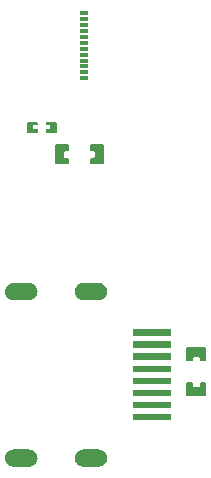
<source format=gtp>
G04 Layer: TopPasteMaskLayer*
G04 EasyEDA Pro v2.2.37.7, 2025-04-21 16:56:55*
G04 Gerber Generator version 0.3*
G04 Scale: 100 percent, Rotated: No, Reflected: No*
G04 Dimensions in millimeters*
G04 Leading zeros omitted, absolute positions, 4 integers and 5 decimals*
%FSLAX45Y45*%
%MOMM*%
%ADD10R,0.7X0.3*%
G75*


G04 PolygonModel Start*
G36*
G01X-21900309Y2680777D02*
G01X-21900129Y2684386D01*
G01X-21900129Y2688003D01*
G01X-21900309Y2691613D01*
G01X-21900670Y2695209D01*
G01X-21901208Y2698786D01*
G01X-21901925Y2702329D01*
G01X-21902816Y2705832D01*
G01X-21903880Y2709286D01*
G01X-21905117Y2712682D01*
G01X-21906522Y2716014D01*
G01X-21908089Y2719271D01*
G01X-21909819Y2722446D01*
G01X-21911704Y2725529D01*
G01X-21913741Y2728516D01*
G01X-21915923Y2731399D01*
G01X-21918247Y2734168D01*
G01X-21920705Y2736817D01*
G01X-21923294Y2739342D01*
G01X-21926004Y2741734D01*
G01X-21928831Y2743987D01*
G01X-21931767Y2746098D01*
G01X-21934802Y2748059D01*
G01X-21937934Y2749868D01*
G01X-21941150Y2751516D01*
G01X-21944447Y2753004D01*
G01X-21947810Y2754325D01*
G01X-21951239Y2755476D01*
G01X-21954719Y2756454D01*
G01X-21958242Y2757259D01*
G01X-21961803Y2757886D01*
G01X-21965389Y2758336D01*
G01X-21968993Y2758608D01*
G01X-21972608Y2758697D01*
G01X-22102608Y2758697D01*
G01X-22106222Y2758608D01*
G01X-22109826Y2758336D01*
G01X-22113413Y2757886D01*
G01X-22116974Y2757259D01*
G01X-22120497Y2756454D01*
G01X-22123977Y2755476D01*
G01X-22127406Y2754325D01*
G01X-22130769Y2753004D01*
G01X-22134065Y2751516D01*
G01X-22137281Y2749868D01*
G01X-22140413Y2748059D01*
G01X-22143448Y2746098D01*
G01X-22146384Y2743987D01*
G01X-22149211Y2741734D01*
G01X-22151922Y2739342D01*
G01X-22154510Y2736817D01*
G01X-22156969Y2734168D01*
G01X-22159293Y2731399D01*
G01X-22161475Y2728516D01*
G01X-22163512Y2725529D01*
G01X-22165396Y2722446D01*
G01X-22167126Y2719271D01*
G01X-22168693Y2716014D01*
G01X-22170098Y2712682D01*
G01X-22171335Y2709286D01*
G01X-22172399Y2705832D01*
G01X-22173291Y2702329D01*
G01X-22174007Y2698786D01*
G01X-22174545Y2695209D01*
G01X-22174906Y2691613D01*
G01X-22175086Y2688003D01*
G01X-22175086Y2684386D01*
G01X-22174906Y2680777D01*
G01X-22174545Y2677180D01*
G01X-22174007Y2673604D01*
G01X-22173291Y2670061D01*
G01X-22172399Y2666558D01*
G01X-22171335Y2663104D01*
G01X-22170098Y2659708D01*
G01X-22168693Y2656375D01*
G01X-22167126Y2653119D01*
G01X-22165396Y2649944D01*
G01X-22163512Y2646860D01*
G01X-22161475Y2643873D01*
G01X-22159293Y2640990D01*
G01X-22156969Y2638222D01*
G01X-22154510Y2635573D01*
G01X-22151922Y2633048D01*
G01X-22149211Y2630655D01*
G01X-22146384Y2628402D01*
G01X-22143448Y2626291D01*
G01X-22140413Y2624331D01*
G01X-22137281Y2622522D01*
G01X-22134065Y2620874D01*
G01X-22130769Y2619385D01*
G01X-22127406Y2618064D01*
G01X-22123977Y2616914D01*
G01X-22120497Y2615936D01*
G01X-22116974Y2615131D01*
G01X-22113413Y2614503D01*
G01X-22109826Y2614054D01*
G01X-22106222Y2613782D01*
G01X-22102608Y2613693D01*
G01X-21972608Y2613693D01*
G01X-21968993Y2613782D01*
G01X-21965389Y2614054D01*
G01X-21961803Y2614503D01*
G01X-21958242Y2615131D01*
G01X-21954719Y2615936D01*
G01X-21951239Y2616914D01*
G01X-21947810Y2618064D01*
G01X-21944447Y2619385D01*
G01X-21941150Y2620874D01*
G01X-21937934Y2622522D01*
G01X-21934802Y2624331D01*
G01X-21931767Y2626291D01*
G01X-21928831Y2628402D01*
G01X-21926004Y2630655D01*
G01X-21923294Y2633048D01*
G01X-21920705Y2635573D01*
G01X-21918247Y2638222D01*
G01X-21915923Y2640990D01*
G01X-21913741Y2643873D01*
G01X-21911704Y2646860D01*
G01X-21909819Y2649944D01*
G01X-21908089Y2653119D01*
G01X-21906522Y2656375D01*
G01X-21905117Y2659708D01*
G01X-21903880Y2663104D01*
G01X-21902816Y2666558D01*
G01X-21901925Y2670061D01*
G01X-21901208Y2673604D01*
G01X-21900670Y2677180D01*
G01X-21900309Y2680777D01*
G37*
G36*
G01X-21900309Y1270780D02*
G01X-21900129Y1274389D01*
G01X-21900129Y1278006D01*
G01X-21900309Y1281615D01*
G01X-21900670Y1285212D01*
G01X-21901208Y1288788D01*
G01X-21901925Y1292332D01*
G01X-21902816Y1295834D01*
G01X-21903880Y1299289D01*
G01X-21905117Y1302685D01*
G01X-21906522Y1306017D01*
G01X-21908089Y1309273D01*
G01X-21909819Y1312448D01*
G01X-21911704Y1315532D01*
G01X-21913741Y1318519D01*
G01X-21915923Y1321402D01*
G01X-21918247Y1324171D01*
G01X-21920705Y1326820D01*
G01X-21923294Y1329345D01*
G01X-21926004Y1331737D01*
G01X-21928831Y1333990D01*
G01X-21931767Y1336101D01*
G01X-21934802Y1338062D01*
G01X-21937934Y1339870D01*
G01X-21941150Y1341519D01*
G01X-21944447Y1343007D01*
G01X-21947810Y1344328D01*
G01X-21951239Y1345479D01*
G01X-21954719Y1346457D01*
G01X-21958242Y1347262D01*
G01X-21961803Y1347889D01*
G01X-21965389Y1348339D01*
G01X-21968993Y1348610D01*
G01X-21972608Y1348699D01*
G01X-22102608Y1348699D01*
G01X-22106222Y1348610D01*
G01X-22109826Y1348339D01*
G01X-22113413Y1347889D01*
G01X-22116974Y1347262D01*
G01X-22120497Y1346457D01*
G01X-22123977Y1345479D01*
G01X-22127406Y1344328D01*
G01X-22130769Y1343007D01*
G01X-22134065Y1341519D01*
G01X-22137281Y1339870D01*
G01X-22140413Y1338062D01*
G01X-22143448Y1336101D01*
G01X-22146384Y1333990D01*
G01X-22149211Y1331737D01*
G01X-22151922Y1329345D01*
G01X-22154510Y1326820D01*
G01X-22156969Y1324171D01*
G01X-22159293Y1321402D01*
G01X-22161475Y1318519D01*
G01X-22163512Y1315532D01*
G01X-22165396Y1312448D01*
G01X-22167126Y1309273D01*
G01X-22168693Y1306017D01*
G01X-22170098Y1302685D01*
G01X-22171335Y1299289D01*
G01X-22172399Y1295834D01*
G01X-22173291Y1292332D01*
G01X-22174007Y1288788D01*
G01X-22174545Y1285212D01*
G01X-22174906Y1281615D01*
G01X-22175086Y1278006D01*
G01X-22175086Y1274389D01*
G01X-22174906Y1270780D01*
G01X-22174545Y1267183D01*
G01X-22174007Y1263607D01*
G01X-22173291Y1260064D01*
G01X-22172399Y1256561D01*
G01X-22171335Y1253106D01*
G01X-22170098Y1249710D01*
G01X-22168693Y1246378D01*
G01X-22167126Y1243122D01*
G01X-22165396Y1239947D01*
G01X-22163512Y1236863D01*
G01X-22161475Y1233876D01*
G01X-22159293Y1230993D01*
G01X-22156969Y1228225D01*
G01X-22154510Y1225575D01*
G01X-22151922Y1223051D01*
G01X-22149211Y1220658D01*
G01X-22146384Y1218405D01*
G01X-22143448Y1216294D01*
G01X-22140413Y1214333D01*
G01X-22137281Y1212525D01*
G01X-22134065Y1210876D01*
G01X-22130769Y1209388D01*
G01X-22127406Y1208067D01*
G01X-22123977Y1206917D01*
G01X-22120497Y1205939D01*
G01X-22116974Y1205133D01*
G01X-22113413Y1204506D01*
G01X-22109826Y1204057D01*
G01X-22106222Y1203785D01*
G01X-22102608Y1203696D01*
G01X-21972608Y1203696D01*
G01X-21968993Y1203785D01*
G01X-21965389Y1204057D01*
G01X-21961803Y1204506D01*
G01X-21958242Y1205133D01*
G01X-21954719Y1205939D01*
G01X-21951239Y1206917D01*
G01X-21947810Y1208067D01*
G01X-21944447Y1209388D01*
G01X-21941150Y1210876D01*
G01X-21937934Y1212525D01*
G01X-21934802Y1214333D01*
G01X-21931767Y1216294D01*
G01X-21928831Y1218405D01*
G01X-21926004Y1220658D01*
G01X-21923294Y1223051D01*
G01X-21920705Y1225575D01*
G01X-21918247Y1228225D01*
G01X-21915923Y1230993D01*
G01X-21913741Y1233876D01*
G01X-21911704Y1236863D01*
G01X-21909819Y1239947D01*
G01X-21908089Y1243122D01*
G01X-21906522Y1246378D01*
G01X-21905117Y1249710D01*
G01X-21903880Y1253106D01*
G01X-21902816Y1256561D01*
G01X-21901925Y1260064D01*
G01X-21901208Y1263607D01*
G01X-21900670Y1267183D01*
G01X-21900309Y1270780D01*
G37*
G36*
G01X-22490308Y2680777D02*
G01X-22490128Y2684386D01*
G01X-22490128Y2688003D01*
G01X-22490308Y2691613D01*
G01X-22490669Y2695209D01*
G01X-22491207Y2698786D01*
G01X-22491924Y2702329D01*
G01X-22492815Y2705832D01*
G01X-22493879Y2709286D01*
G01X-22495116Y2712682D01*
G01X-22496521Y2716014D01*
G01X-22498088Y2719271D01*
G01X-22499818Y2722446D01*
G01X-22501703Y2725529D01*
G01X-22503740Y2728516D01*
G01X-22505921Y2731399D01*
G01X-22508246Y2734168D01*
G01X-22510704Y2736817D01*
G01X-22513293Y2739342D01*
G01X-22516003Y2741734D01*
G01X-22518830Y2743987D01*
G01X-22521766Y2746098D01*
G01X-22524801Y2748059D01*
G01X-22527933Y2749868D01*
G01X-22531149Y2751516D01*
G01X-22534446Y2753004D01*
G01X-22537809Y2754325D01*
G01X-22541238Y2755476D01*
G01X-22544717Y2756454D01*
G01X-22548240Y2757259D01*
G01X-22551801Y2757886D01*
G01X-22555388Y2758336D01*
G01X-22558992Y2758608D01*
G01X-22562607Y2758697D01*
G01X-22692606Y2758697D01*
G01X-22696221Y2758608D01*
G01X-22699825Y2758336D01*
G01X-22703412Y2757886D01*
G01X-22706973Y2757259D01*
G01X-22710496Y2756454D01*
G01X-22713975Y2755476D01*
G01X-22717404Y2754325D01*
G01X-22720767Y2753004D01*
G01X-22724064Y2751516D01*
G01X-22727280Y2749868D01*
G01X-22730412Y2748059D01*
G01X-22733447Y2746098D01*
G01X-22736383Y2743987D01*
G01X-22739210Y2741734D01*
G01X-22741920Y2739342D01*
G01X-22744509Y2736817D01*
G01X-22746967Y2734168D01*
G01X-22749292Y2731399D01*
G01X-22751473Y2728516D01*
G01X-22753510Y2725529D01*
G01X-22755395Y2722446D01*
G01X-22757125Y2719271D01*
G01X-22758692Y2716014D01*
G01X-22760097Y2712682D01*
G01X-22761334Y2709286D01*
G01X-22762398Y2705832D01*
G01X-22763289Y2702329D01*
G01X-22764006Y2698786D01*
G01X-22764544Y2695209D01*
G01X-22764905Y2691613D01*
G01X-22765085Y2688003D01*
G01X-22765085Y2684386D01*
G01X-22764905Y2680777D01*
G01X-22764544Y2677180D01*
G01X-22764006Y2673604D01*
G01X-22763289Y2670061D01*
G01X-22762398Y2666558D01*
G01X-22761334Y2663104D01*
G01X-22760097Y2659708D01*
G01X-22758692Y2656375D01*
G01X-22757125Y2653119D01*
G01X-22755395Y2649944D01*
G01X-22753510Y2646860D01*
G01X-22751473Y2643873D01*
G01X-22749292Y2640990D01*
G01X-22746967Y2638222D01*
G01X-22744509Y2635573D01*
G01X-22741920Y2633048D01*
G01X-22739210Y2630655D01*
G01X-22736383Y2628402D01*
G01X-22733447Y2626291D01*
G01X-22730412Y2624331D01*
G01X-22727280Y2622522D01*
G01X-22724064Y2620874D01*
G01X-22720767Y2619385D01*
G01X-22717404Y2618064D01*
G01X-22713975Y2616914D01*
G01X-22710496Y2615936D01*
G01X-22706973Y2615131D01*
G01X-22703412Y2614503D01*
G01X-22699825Y2614054D01*
G01X-22696221Y2613782D01*
G01X-22692606Y2613693D01*
G01X-22562607Y2613693D01*
G01X-22558992Y2613782D01*
G01X-22555388Y2614054D01*
G01X-22551801Y2614503D01*
G01X-22548240Y2615131D01*
G01X-22544717Y2615936D01*
G01X-22541238Y2616914D01*
G01X-22537809Y2618064D01*
G01X-22534446Y2619385D01*
G01X-22531149Y2620874D01*
G01X-22527933Y2622522D01*
G01X-22524801Y2624331D01*
G01X-22521766Y2626291D01*
G01X-22518830Y2628402D01*
G01X-22516003Y2630655D01*
G01X-22513293Y2633048D01*
G01X-22510704Y2635573D01*
G01X-22508246Y2638222D01*
G01X-22505921Y2640990D01*
G01X-22503740Y2643873D01*
G01X-22501703Y2646860D01*
G01X-22499818Y2649944D01*
G01X-22498088Y2653119D01*
G01X-22496521Y2656375D01*
G01X-22495116Y2659708D01*
G01X-22493879Y2663104D01*
G01X-22492815Y2666558D01*
G01X-22491924Y2670061D01*
G01X-22491207Y2673604D01*
G01X-22490669Y2677180D01*
G01X-22490308Y2680777D01*
G37*
G36*
G01X-22490308Y1270780D02*
G01X-22490128Y1274389D01*
G01X-22490128Y1278006D01*
G01X-22490308Y1281615D01*
G01X-22490669Y1285212D01*
G01X-22491207Y1288788D01*
G01X-22491924Y1292332D01*
G01X-22492815Y1295834D01*
G01X-22493879Y1299289D01*
G01X-22495116Y1302685D01*
G01X-22496521Y1306017D01*
G01X-22498088Y1309273D01*
G01X-22499818Y1312448D01*
G01X-22501703Y1315532D01*
G01X-22503740Y1318519D01*
G01X-22505921Y1321402D01*
G01X-22508246Y1324171D01*
G01X-22510704Y1326820D01*
G01X-22513293Y1329345D01*
G01X-22516003Y1331737D01*
G01X-22518830Y1333990D01*
G01X-22521766Y1336101D01*
G01X-22524801Y1338062D01*
G01X-22527933Y1339870D01*
G01X-22531149Y1341519D01*
G01X-22534446Y1343007D01*
G01X-22537809Y1344328D01*
G01X-22541238Y1345479D01*
G01X-22544717Y1346457D01*
G01X-22548240Y1347262D01*
G01X-22551801Y1347889D01*
G01X-22555388Y1348339D01*
G01X-22558992Y1348610D01*
G01X-22562607Y1348699D01*
G01X-22692606Y1348699D01*
G01X-22696221Y1348610D01*
G01X-22699825Y1348339D01*
G01X-22703412Y1347889D01*
G01X-22706973Y1347262D01*
G01X-22710496Y1346457D01*
G01X-22713975Y1345479D01*
G01X-22717404Y1344328D01*
G01X-22720767Y1343007D01*
G01X-22724064Y1341519D01*
G01X-22727280Y1339870D01*
G01X-22730412Y1338062D01*
G01X-22733447Y1336101D01*
G01X-22736383Y1333990D01*
G01X-22739210Y1331737D01*
G01X-22741920Y1329345D01*
G01X-22744509Y1326820D01*
G01X-22746967Y1324171D01*
G01X-22749292Y1321402D01*
G01X-22751473Y1318519D01*
G01X-22753510Y1315532D01*
G01X-22755395Y1312448D01*
G01X-22757125Y1309273D01*
G01X-22758692Y1306017D01*
G01X-22760097Y1302685D01*
G01X-22761334Y1299289D01*
G01X-22762398Y1295834D01*
G01X-22763289Y1292332D01*
G01X-22764006Y1288788D01*
G01X-22764544Y1285212D01*
G01X-22764905Y1281615D01*
G01X-22765085Y1278006D01*
G01X-22765085Y1274389D01*
G01X-22764905Y1270780D01*
G01X-22764544Y1267183D01*
G01X-22764006Y1263607D01*
G01X-22763289Y1260064D01*
G01X-22762398Y1256561D01*
G01X-22761334Y1253106D01*
G01X-22760097Y1249710D01*
G01X-22758692Y1246378D01*
G01X-22757125Y1243122D01*
G01X-22755395Y1239947D01*
G01X-22753510Y1236863D01*
G01X-22751473Y1233876D01*
G01X-22749292Y1230993D01*
G01X-22746967Y1228225D01*
G01X-22744509Y1225575D01*
G01X-22741920Y1223051D01*
G01X-22739210Y1220658D01*
G01X-22736383Y1218405D01*
G01X-22733447Y1216294D01*
G01X-22730412Y1214333D01*
G01X-22727280Y1212525D01*
G01X-22724064Y1210876D01*
G01X-22720767Y1209388D01*
G01X-22717404Y1208067D01*
G01X-22713975Y1206917D01*
G01X-22710496Y1205939D01*
G01X-22706973Y1205133D01*
G01X-22703412Y1204506D01*
G01X-22699825Y1204057D01*
G01X-22696221Y1203785D01*
G01X-22692606Y1203696D01*
G01X-22562607Y1203696D01*
G01X-22558992Y1203785D01*
G01X-22555388Y1204057D01*
G01X-22551801Y1204506D01*
G01X-22548240Y1205133D01*
G01X-22544717Y1205939D01*
G01X-22541238Y1206917D01*
G01X-22537809Y1208067D01*
G01X-22534446Y1209388D01*
G01X-22531149Y1210876D01*
G01X-22527933Y1212525D01*
G01X-22524801Y1214333D01*
G01X-22521766Y1216294D01*
G01X-22518830Y1218405D01*
G01X-22516003Y1220658D01*
G01X-22513293Y1223051D01*
G01X-22510704Y1225575D01*
G01X-22508246Y1228225D01*
G01X-22505921Y1230993D01*
G01X-22503740Y1233876D01*
G01X-22501703Y1236863D01*
G01X-22499818Y1239947D01*
G01X-22498088Y1243122D01*
G01X-22496521Y1246378D01*
G01X-22495116Y1249710D01*
G01X-22493879Y1253106D01*
G01X-22492815Y1256561D01*
G01X-22491924Y1260064D01*
G01X-22491207Y1263607D01*
G01X-22490669Y1267183D01*
G01X-22490308Y1270780D01*
G37*
G36*
G01X-21357608Y1651699D02*
G01X-21357608Y1596697D01*
G01X-21677607Y1596697D01*
G01X-21677607Y1651699D01*
G01X-21357608Y1651699D01*
G37*
G36*
G01X-21357608Y1753697D02*
G01X-21357608Y1698696D01*
G01X-21677607Y1698696D01*
G01X-21677607Y1753697D01*
G01X-21357608Y1753697D01*
G37*
G36*
G01X-21357608Y1855699D02*
G01X-21357608Y1800697D01*
G01X-21677607Y1800697D01*
G01X-21677607Y1855699D01*
G01X-21357608Y1855699D01*
G37*
G36*
G01X-21357608Y1957697D02*
G01X-21357608Y1902696D01*
G01X-21677607Y1902696D01*
G01X-21677607Y1957697D01*
G01X-21357608Y1957697D01*
G37*
G36*
G01X-21357608Y2059696D02*
G01X-21357608Y2004695D01*
G01X-21677607Y2004695D01*
G01X-21677607Y2059696D01*
G01X-21357608Y2059696D01*
G37*
G36*
G01X-21357608Y2161697D02*
G01X-21357608Y2106696D01*
G01X-21677607Y2106696D01*
G01X-21677607Y2161697D01*
G01X-21357608Y2161697D01*
G37*
G36*
G01X-21357608Y2263696D02*
G01X-21357608Y2208695D01*
G01X-21677607Y2208695D01*
G01X-21677607Y2263696D01*
G01X-21357608Y2263696D01*
G37*
G36*
G01X-21357608Y2365698D02*
G01X-21357608Y2310696D01*
G01X-21677607Y2310696D01*
G01X-21677607Y2365698D01*
G01X-21357608Y2365698D01*
G37*
G36*
G01X-22223600Y3923149D02*
G01X-22223600Y3887018D01*
G01X-22233600Y3877018D01*
G01X-22254657Y3877018D01*
G01X-22264657Y3867018D01*
G01X-22264657Y3829182D01*
G01X-22254657Y3819182D01*
G01X-22233600Y3819182D01*
G01X-22223600Y3809182D01*
G01X-22223600Y3773051D01*
G01X-22233600Y3763051D01*
G01X-22334352Y3763051D01*
G01X-22344352Y3773051D01*
G01X-22344352Y3923149D01*
G01X-22334352Y3933149D01*
G01X-22233600Y3933149D01*
G01X-22223600Y3923149D01*
G37*
G36*
G01X-22048600Y3923149D02*
G01X-22048600Y3887018D01*
G01X-22038600Y3877018D01*
G01X-22017543Y3877018D01*
G01X-22007543Y3867018D01*
G01X-22007543Y3829182D01*
G01X-22017543Y3819182D01*
G01X-22038600Y3819182D01*
G01X-22048600Y3809182D01*
G01X-22048600Y3773051D01*
G01X-22038600Y3763051D01*
G01X-21937848Y3763051D01*
G01X-21927848Y3773051D01*
G01X-21927848Y3923149D01*
G01X-21937848Y3933149D01*
G01X-22038600Y3933149D01*
G01X-22048600Y3923149D01*
G37*
G36*
G01X-22573102Y4031701D02*
G01X-22493102Y4031701D01*
G01X-22488101Y4036703D01*
G01X-22488101Y4059499D01*
G01X-22525101Y4059499D01*
G01X-22525101Y4092499D01*
G01X-22488101Y4092499D01*
G01X-22488101Y4116702D01*
G01X-22493102Y4121701D01*
G01X-22573102Y4121701D01*
G01X-22578101Y4116702D01*
G01X-22578101Y4036703D01*
G01X-22573102Y4031701D01*
G37*
G36*
G01X-22334098Y4121699D02*
G01X-22414098Y4121699D01*
G01X-22419099Y4116697D01*
G01X-22419099Y4093901D01*
G01X-22382099Y4093901D01*
G01X-22382099Y4060901D01*
G01X-22419099Y4060901D01*
G01X-22419099Y4036698D01*
G01X-22414098Y4031699D01*
G01X-22334098Y4031699D01*
G01X-22329099Y4036698D01*
G01X-22329099Y4116697D01*
G01X-22334098Y4121699D01*
G37*
G36*
G01X-21220549Y1919100D02*
G01X-21184418Y1919100D01*
G01X-21174418Y1909100D01*
G01X-21174418Y1888043D01*
G01X-21164418Y1878043D01*
G01X-21126582Y1878043D01*
G01X-21116582Y1888043D01*
G01X-21116582Y1909100D01*
G01X-21106582Y1919100D01*
G01X-21070451Y1919100D01*
G01X-21060451Y1909100D01*
G01X-21060451Y1808348D01*
G01X-21070451Y1798348D01*
G01X-21220549Y1798348D01*
G01X-21230549Y1808348D01*
G01X-21230549Y1909100D01*
G01X-21220549Y1919100D01*
G37*
G36*
G01X-21220549Y2094100D02*
G01X-21184418Y2094100D01*
G01X-21174418Y2104100D01*
G01X-21174418Y2125157D01*
G01X-21164418Y2135157D01*
G01X-21126582Y2135157D01*
G01X-21116582Y2125157D01*
G01X-21116582Y2104100D01*
G01X-21106582Y2094100D01*
G01X-21070451Y2094100D01*
G01X-21060451Y2104100D01*
G01X-21060451Y2204852D01*
G01X-21070451Y2214852D01*
G01X-21220549Y2214852D01*
G01X-21230549Y2204852D01*
G01X-21230549Y2104100D01*
G01X-21220549Y2094100D01*
G37*

G04 Pad Start*
G54D10*
G01X-22094342Y5042014D03*
G01X-22094342Y4992002D03*
G01X-22094342Y4941989D03*
G01X-22094342Y4892002D03*
G01X-22094342Y4841989D03*
G01X-22094342Y4792002D03*
G01X-22094342Y4741990D03*
G01X-22094342Y4692002D03*
G01X-22094342Y4641990D03*
G01X-22094342Y4592003D03*
G01X-22094342Y4541990D03*
G01X-22094342Y4492003D03*
G04 Pad End*

M02*


</source>
